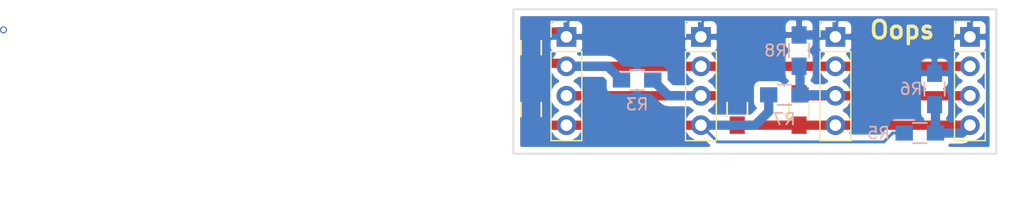
<source format=kicad_pcb>
(kicad_pcb (version 4) (host pcbnew 4.0.7)

  (general
    (links 28)
    (no_connects 0)
    (area 132.004999 87.554999 173.811001 100.151001)
    (thickness 1.6)
    (drawings 7)
    (tracks 44)
    (zones 0)
    (modules 13)
    (nets 7)
  )

  (page A4)
  (layers
    (0 F.Cu signal)
    (31 B.Cu signal)
    (32 B.Adhes user)
    (33 F.Adhes user)
    (34 B.Paste user)
    (35 F.Paste user)
    (36 B.SilkS user)
    (37 F.SilkS user)
    (38 B.Mask user)
    (39 F.Mask user)
    (40 Dwgs.User user)
    (41 Cmts.User user)
    (42 Eco1.User user)
    (43 Eco2.User user)
    (44 Edge.Cuts user)
    (45 Margin user)
    (46 B.CrtYd user)
    (47 F.CrtYd user)
    (48 B.Fab user)
    (49 F.Fab user)
  )

  (setup
    (last_trace_width 0.8)
    (user_trace_width 0.8)
    (trace_clearance 0.2)
    (zone_clearance 0.508)
    (zone_45_only no)
    (trace_min 0.2)
    (segment_width 0.2)
    (edge_width 0.15)
    (via_size 0.6)
    (via_drill 0.4)
    (via_min_size 0.4)
    (via_min_drill 0.3)
    (uvia_size 0.3)
    (uvia_drill 0.1)
    (uvias_allowed no)
    (uvia_min_size 0.2)
    (uvia_min_drill 0.1)
    (pcb_text_width 0.3)
    (pcb_text_size 1.5 1.5)
    (mod_edge_width 0.15)
    (mod_text_size 1 1)
    (mod_text_width 0.15)
    (pad_size 1.524 1.524)
    (pad_drill 0.762)
    (pad_to_mask_clearance 0.2)
    (aux_axis_origin 0 0)
    (visible_elements FFFFFF7F)
    (pcbplotparams
      (layerselection 0x00030_80000001)
      (usegerberextensions false)
      (excludeedgelayer true)
      (linewidth 0.100000)
      (plotframeref false)
      (viasonmask false)
      (mode 1)
      (useauxorigin false)
      (hpglpennumber 1)
      (hpglpenspeed 20)
      (hpglpendiameter 15)
      (hpglpenoverlay 2)
      (psnegative false)
      (psa4output false)
      (plotreference true)
      (plotvalue true)
      (plotinvisibletext false)
      (padsonsilk false)
      (subtractmaskfromsilk false)
      (outputformat 1)
      (mirror false)
      (drillshape 1)
      (scaleselection 1)
      (outputdirectory ""))
  )

  (net 0 "")
  (net 1 GND)
  (net 2 /BUS_B)
  (net 3 /BUS_A)
  (net 4 VCC)
  (net 5 /BUS_D)
  (net 6 /BUS_C)

  (net_class Default "This is the default net class."
    (clearance 0.2)
    (trace_width 0.25)
    (via_dia 0.6)
    (via_drill 0.4)
    (uvia_dia 0.3)
    (uvia_drill 0.1)
    (add_net /BUS_A)
    (add_net /BUS_B)
    (add_net /BUS_C)
    (add_net /BUS_D)
    (add_net GND)
    (add_net VCC)
  )

  (module Pin_Headers:Pin_Header_Straight_1x04_Pitch2.54mm (layer F.Cu) (tedit 5ADA7597) (tstamp 5AE3D87B)
    (at 136.652 90)
    (descr "Through hole straight pin header, 1x04, 2.54mm pitch, single row")
    (tags "Through hole pin header THT 1x04 2.54mm single row")
    (path /5ADA7034)
    (fp_text reference J1 (at 0 -2.33) (layer F.Fab)
      (effects (font (size 1 1) (thickness 0.15)))
    )
    (fp_text value Conn_01x04 (at 0 9.95) (layer F.Fab)
      (effects (font (size 1 1) (thickness 0.15)))
    )
    (fp_line (start -0.635 -1.27) (end 1.27 -1.27) (layer F.Fab) (width 0.1))
    (fp_line (start 1.27 -1.27) (end 1.27 8.89) (layer F.Fab) (width 0.1))
    (fp_line (start 1.27 8.89) (end -1.27 8.89) (layer F.Fab) (width 0.1))
    (fp_line (start -1.27 8.89) (end -1.27 -0.635) (layer F.Fab) (width 0.1))
    (fp_line (start -1.27 -0.635) (end -0.635 -1.27) (layer F.Fab) (width 0.1))
    (fp_line (start -1.33 8.95) (end 1.33 8.95) (layer F.SilkS) (width 0.12))
    (fp_line (start -1.33 1.27) (end -1.33 8.95) (layer F.SilkS) (width 0.12))
    (fp_line (start 1.33 1.27) (end 1.33 8.95) (layer F.SilkS) (width 0.12))
    (fp_line (start -1.33 1.27) (end 1.33 1.27) (layer F.SilkS) (width 0.12))
    (fp_line (start -1.33 0) (end -1.33 -1.33) (layer F.SilkS) (width 0.12))
    (fp_line (start -1.33 -1.33) (end 0 -1.33) (layer F.SilkS) (width 0.12))
    (fp_line (start -1.8 -1.8) (end -1.8 9.4) (layer F.CrtYd) (width 0.05))
    (fp_line (start -1.8 9.4) (end 1.8 9.4) (layer F.CrtYd) (width 0.05))
    (fp_line (start 1.8 9.4) (end 1.8 -1.8) (layer F.CrtYd) (width 0.05))
    (fp_line (start 1.8 -1.8) (end -1.8 -1.8) (layer F.CrtYd) (width 0.05))
    (fp_text user %R (at 0 3.81 90) (layer F.Fab)
      (effects (font (size 1 1) (thickness 0.15)))
    )
    (pad 1 thru_hole rect (at 0 0) (size 1.7 1.7) (drill 1) (layers *.Cu *.Mask)
      (net 1 GND))
    (pad 2 thru_hole oval (at 0 2.54) (size 1.7 1.7) (drill 1) (layers *.Cu *.Mask)
      (net 2 /BUS_B))
    (pad 3 thru_hole oval (at 0 5.08) (size 1.7 1.7) (drill 1) (layers *.Cu *.Mask)
      (net 3 /BUS_A))
    (pad 4 thru_hole oval (at 0 7.62) (size 1.7 1.7) (drill 1) (layers *.Cu *.Mask)
      (net 4 VCC))
    (model ${KISYS3DMOD}/Pin_Headers.3dshapes/Pin_Header_Straight_1x04_Pitch2.54mm.wrl
      (at (xyz 0 0 0))
      (scale (xyz 1 1 1))
      (rotate (xyz 0 0 0))
    )
  )

  (module Pin_Headers:Pin_Header_Straight_1x04_Pitch2.54mm (layer F.Cu) (tedit 5ADA759C) (tstamp 5AE3D893)
    (at 148.251333 90)
    (descr "Through hole straight pin header, 1x04, 2.54mm pitch, single row")
    (tags "Through hole pin header THT 1x04 2.54mm single row")
    (path /5ADA711D)
    (fp_text reference J2 (at 0 -2.33) (layer F.Fab)
      (effects (font (size 1 1) (thickness 0.15)))
    )
    (fp_text value Conn_01x04 (at 0 9.95) (layer F.Fab)
      (effects (font (size 1 1) (thickness 0.15)))
    )
    (fp_line (start -0.635 -1.27) (end 1.27 -1.27) (layer F.Fab) (width 0.1))
    (fp_line (start 1.27 -1.27) (end 1.27 8.89) (layer F.Fab) (width 0.1))
    (fp_line (start 1.27 8.89) (end -1.27 8.89) (layer F.Fab) (width 0.1))
    (fp_line (start -1.27 8.89) (end -1.27 -0.635) (layer F.Fab) (width 0.1))
    (fp_line (start -1.27 -0.635) (end -0.635 -1.27) (layer F.Fab) (width 0.1))
    (fp_line (start -1.33 8.95) (end 1.33 8.95) (layer F.SilkS) (width 0.12))
    (fp_line (start -1.33 1.27) (end -1.33 8.95) (layer F.SilkS) (width 0.12))
    (fp_line (start 1.33 1.27) (end 1.33 8.95) (layer F.SilkS) (width 0.12))
    (fp_line (start -1.33 1.27) (end 1.33 1.27) (layer F.SilkS) (width 0.12))
    (fp_line (start -1.33 0) (end -1.33 -1.33) (layer F.SilkS) (width 0.12))
    (fp_line (start -1.33 -1.33) (end 0 -1.33) (layer F.SilkS) (width 0.12))
    (fp_line (start -1.8 -1.8) (end -1.8 9.4) (layer F.CrtYd) (width 0.05))
    (fp_line (start -1.8 9.4) (end 1.8 9.4) (layer F.CrtYd) (width 0.05))
    (fp_line (start 1.8 9.4) (end 1.8 -1.8) (layer F.CrtYd) (width 0.05))
    (fp_line (start 1.8 -1.8) (end -1.8 -1.8) (layer F.CrtYd) (width 0.05))
    (fp_text user %R (at 0 3.81 90) (layer F.Fab)
      (effects (font (size 1 1) (thickness 0.15)))
    )
    (pad 1 thru_hole rect (at 0 0) (size 1.7 1.7) (drill 1) (layers *.Cu *.Mask)
      (net 1 GND))
    (pad 2 thru_hole oval (at 0 2.54) (size 1.7 1.7) (drill 1) (layers *.Cu *.Mask)
      (net 2 /BUS_B))
    (pad 3 thru_hole oval (at 0 5.08) (size 1.7 1.7) (drill 1) (layers *.Cu *.Mask)
      (net 3 /BUS_A))
    (pad 4 thru_hole oval (at 0 7.62) (size 1.7 1.7) (drill 1) (layers *.Cu *.Mask)
      (net 4 VCC))
    (model ${KISYS3DMOD}/Pin_Headers.3dshapes/Pin_Header_Straight_1x04_Pitch2.54mm.wrl
      (at (xyz 0 0 0))
      (scale (xyz 1 1 1))
      (rotate (xyz 0 0 0))
    )
  )

  (module Pin_Headers:Pin_Header_Straight_1x04_Pitch2.54mm (layer F.Cu) (tedit 5ADA75A0) (tstamp 5AE3D8AB)
    (at 159.850666 90)
    (descr "Through hole straight pin header, 1x04, 2.54mm pitch, single row")
    (tags "Through hole pin header THT 1x04 2.54mm single row")
    (path /5ADA714A)
    (fp_text reference J3 (at 0 -2.33) (layer F.Fab)
      (effects (font (size 1 1) (thickness 0.15)))
    )
    (fp_text value Conn_01x04 (at 0 9.95) (layer F.Fab)
      (effects (font (size 1 1) (thickness 0.15)))
    )
    (fp_line (start -0.635 -1.27) (end 1.27 -1.27) (layer F.Fab) (width 0.1))
    (fp_line (start 1.27 -1.27) (end 1.27 8.89) (layer F.Fab) (width 0.1))
    (fp_line (start 1.27 8.89) (end -1.27 8.89) (layer F.Fab) (width 0.1))
    (fp_line (start -1.27 8.89) (end -1.27 -0.635) (layer F.Fab) (width 0.1))
    (fp_line (start -1.27 -0.635) (end -0.635 -1.27) (layer F.Fab) (width 0.1))
    (fp_line (start -1.33 8.95) (end 1.33 8.95) (layer F.SilkS) (width 0.12))
    (fp_line (start -1.33 1.27) (end -1.33 8.95) (layer F.SilkS) (width 0.12))
    (fp_line (start 1.33 1.27) (end 1.33 8.95) (layer F.SilkS) (width 0.12))
    (fp_line (start -1.33 1.27) (end 1.33 1.27) (layer F.SilkS) (width 0.12))
    (fp_line (start -1.33 0) (end -1.33 -1.33) (layer F.SilkS) (width 0.12))
    (fp_line (start -1.33 -1.33) (end 0 -1.33) (layer F.SilkS) (width 0.12))
    (fp_line (start -1.8 -1.8) (end -1.8 9.4) (layer F.CrtYd) (width 0.05))
    (fp_line (start -1.8 9.4) (end 1.8 9.4) (layer F.CrtYd) (width 0.05))
    (fp_line (start 1.8 9.4) (end 1.8 -1.8) (layer F.CrtYd) (width 0.05))
    (fp_line (start 1.8 -1.8) (end -1.8 -1.8) (layer F.CrtYd) (width 0.05))
    (fp_text user %R (at 0 3.81 90) (layer F.Fab)
      (effects (font (size 1 1) (thickness 0.15)))
    )
    (pad 1 thru_hole rect (at 0 0) (size 1.7 1.7) (drill 1) (layers *.Cu *.Mask)
      (net 1 GND))
    (pad 2 thru_hole oval (at 0 2.54) (size 1.7 1.7) (drill 1) (layers *.Cu *.Mask)
      (net 2 /BUS_B))
    (pad 3 thru_hole oval (at 0 5.08) (size 1.7 1.7) (drill 1) (layers *.Cu *.Mask)
      (net 5 /BUS_D))
    (pad 4 thru_hole oval (at 0 7.62) (size 1.7 1.7) (drill 1) (layers *.Cu *.Mask)
      (net 6 /BUS_C))
    (model ${KISYS3DMOD}/Pin_Headers.3dshapes/Pin_Header_Straight_1x04_Pitch2.54mm.wrl
      (at (xyz 0 0 0))
      (scale (xyz 1 1 1))
      (rotate (xyz 0 0 0))
    )
  )

  (module Pin_Headers:Pin_Header_Straight_1x04_Pitch2.54mm (layer F.Cu) (tedit 5ADA75A5) (tstamp 5AE3D8C3)
    (at 171.449999 90)
    (descr "Through hole straight pin header, 1x04, 2.54mm pitch, single row")
    (tags "Through hole pin header THT 1x04 2.54mm single row")
    (path /5ADA71B5)
    (fp_text reference J4 (at 0 -2.33) (layer F.Fab)
      (effects (font (size 1 1) (thickness 0.15)))
    )
    (fp_text value Conn_01x04 (at 0 9.95) (layer F.Fab)
      (effects (font (size 1 1) (thickness 0.15)))
    )
    (fp_line (start -0.635 -1.27) (end 1.27 -1.27) (layer F.Fab) (width 0.1))
    (fp_line (start 1.27 -1.27) (end 1.27 8.89) (layer F.Fab) (width 0.1))
    (fp_line (start 1.27 8.89) (end -1.27 8.89) (layer F.Fab) (width 0.1))
    (fp_line (start -1.27 8.89) (end -1.27 -0.635) (layer F.Fab) (width 0.1))
    (fp_line (start -1.27 -0.635) (end -0.635 -1.27) (layer F.Fab) (width 0.1))
    (fp_line (start -1.33 8.95) (end 1.33 8.95) (layer F.SilkS) (width 0.12))
    (fp_line (start -1.33 1.27) (end -1.33 8.95) (layer F.SilkS) (width 0.12))
    (fp_line (start 1.33 1.27) (end 1.33 8.95) (layer F.SilkS) (width 0.12))
    (fp_line (start -1.33 1.27) (end 1.33 1.27) (layer F.SilkS) (width 0.12))
    (fp_line (start -1.33 0) (end -1.33 -1.33) (layer F.SilkS) (width 0.12))
    (fp_line (start -1.33 -1.33) (end 0 -1.33) (layer F.SilkS) (width 0.12))
    (fp_line (start -1.8 -1.8) (end -1.8 9.4) (layer F.CrtYd) (width 0.05))
    (fp_line (start -1.8 9.4) (end 1.8 9.4) (layer F.CrtYd) (width 0.05))
    (fp_line (start 1.8 9.4) (end 1.8 -1.8) (layer F.CrtYd) (width 0.05))
    (fp_line (start 1.8 -1.8) (end -1.8 -1.8) (layer F.CrtYd) (width 0.05))
    (fp_text user %R (at 0 3.81 90) (layer F.Fab)
      (effects (font (size 1 1) (thickness 0.15)))
    )
    (pad 1 thru_hole rect (at 0 0) (size 1.7 1.7) (drill 1) (layers *.Cu *.Mask)
      (net 1 GND))
    (pad 2 thru_hole oval (at 0 2.54) (size 1.7 1.7) (drill 1) (layers *.Cu *.Mask)
      (net 2 /BUS_B))
    (pad 3 thru_hole oval (at 0 5.08) (size 1.7 1.7) (drill 1) (layers *.Cu *.Mask)
      (net 5 /BUS_D))
    (pad 4 thru_hole oval (at 0 7.62) (size 1.7 1.7) (drill 1) (layers *.Cu *.Mask)
      (net 6 /BUS_C))
    (model ${KISYS3DMOD}/Pin_Headers.3dshapes/Pin_Header_Straight_1x04_Pitch2.54mm.wrl
      (at (xyz 0 0 0))
      (scale (xyz 1 1 1))
      (rotate (xyz 0 0 0))
    )
  )

  (module Resistors_SMD:R_0805_HandSoldering (layer F.Cu) (tedit 5ADA758D) (tstamp 5AE3D8D3)
    (at 133.604 96.266 90)
    (descr "Resistor SMD 0805, hand soldering")
    (tags "resistor 0805")
    (path /5ADA7384)
    (attr smd)
    (fp_text reference R1 (at 0 -2.1 180) (layer F.Fab)
      (effects (font (size 1 1) (thickness 0.15)))
    )
    (fp_text value R (at 0 2.1 90) (layer F.Fab)
      (effects (font (size 1 1) (thickness 0.15)))
    )
    (fp_line (start -1 0.625) (end -1 -0.625) (layer F.Fab) (width 0.1))
    (fp_line (start 1 0.625) (end -1 0.625) (layer F.Fab) (width 0.1))
    (fp_line (start 1 -0.625) (end 1 0.625) (layer F.Fab) (width 0.1))
    (fp_line (start -1 -0.625) (end 1 -0.625) (layer F.Fab) (width 0.1))
    (fp_line (start -2.4 -1) (end 2.4 -1) (layer F.CrtYd) (width 0.05))
    (fp_line (start -2.4 1) (end 2.4 1) (layer F.CrtYd) (width 0.05))
    (fp_line (start -2.4 -1) (end -2.4 1) (layer F.CrtYd) (width 0.05))
    (fp_line (start 2.4 -1) (end 2.4 1) (layer F.CrtYd) (width 0.05))
    (fp_line (start 0.6 0.875) (end -0.6 0.875) (layer F.SilkS) (width 0.15))
    (fp_line (start -0.6 -0.875) (end 0.6 -0.875) (layer F.SilkS) (width 0.15))
    (pad 1 smd rect (at -1.35 0 90) (size 1.5 1.3) (layers F.Cu F.Paste F.Mask)
      (net 4 VCC))
    (pad 2 smd rect (at 1.35 0 90) (size 1.5 1.3) (layers F.Cu F.Paste F.Mask)
      (net 2 /BUS_B))
    (model Resistors_SMD.3dshapes/R_0805_HandSoldering.wrl
      (at (xyz 0 0 0))
      (scale (xyz 1 1 1))
      (rotate (xyz 0 0 0))
    )
  )

  (module Resistors_SMD:R_0805_HandSoldering (layer F.Cu) (tedit 5ADA7585) (tstamp 5AE3D8E3)
    (at 133.604 90.932 90)
    (descr "Resistor SMD 0805, hand soldering")
    (tags "resistor 0805")
    (path /5ADA7323)
    (attr smd)
    (fp_text reference R2 (at 0 -2.1 180) (layer F.Fab)
      (effects (font (size 1 1) (thickness 0.15)))
    )
    (fp_text value R (at 0 2.1 90) (layer F.Fab)
      (effects (font (size 1 1) (thickness 0.15)))
    )
    (fp_line (start -1 0.625) (end -1 -0.625) (layer F.Fab) (width 0.1))
    (fp_line (start 1 0.625) (end -1 0.625) (layer F.Fab) (width 0.1))
    (fp_line (start 1 -0.625) (end 1 0.625) (layer F.Fab) (width 0.1))
    (fp_line (start -1 -0.625) (end 1 -0.625) (layer F.Fab) (width 0.1))
    (fp_line (start -2.4 -1) (end 2.4 -1) (layer F.CrtYd) (width 0.05))
    (fp_line (start -2.4 1) (end 2.4 1) (layer F.CrtYd) (width 0.05))
    (fp_line (start -2.4 -1) (end -2.4 1) (layer F.CrtYd) (width 0.05))
    (fp_line (start 2.4 -1) (end 2.4 1) (layer F.CrtYd) (width 0.05))
    (fp_line (start 0.6 0.875) (end -0.6 0.875) (layer F.SilkS) (width 0.15))
    (fp_line (start -0.6 -0.875) (end 0.6 -0.875) (layer F.SilkS) (width 0.15))
    (pad 1 smd rect (at -1.35 0 90) (size 1.5 1.3) (layers F.Cu F.Paste F.Mask)
      (net 2 /BUS_B))
    (pad 2 smd rect (at 1.35 0 90) (size 1.5 1.3) (layers F.Cu F.Paste F.Mask)
      (net 1 GND))
    (model Resistors_SMD.3dshapes/R_0805_HandSoldering.wrl
      (at (xyz 0 0 0))
      (scale (xyz 1 1 1))
      (rotate (xyz 0 0 0))
    )
  )

  (module Resistors_SMD:R_0805_HandSoldering (layer B.Cu) (tedit 58307B90) (tstamp 5AE3D8F3)
    (at 142.748 93.726)
    (descr "Resistor SMD 0805, hand soldering")
    (tags "resistor 0805")
    (path /5ADA74A3)
    (attr smd)
    (fp_text reference R3 (at 0 2.1) (layer B.SilkS)
      (effects (font (size 1 1) (thickness 0.15)) (justify mirror))
    )
    (fp_text value R (at 0 -2.1) (layer B.Fab)
      (effects (font (size 1 1) (thickness 0.15)) (justify mirror))
    )
    (fp_line (start -1 -0.625) (end -1 0.625) (layer B.Fab) (width 0.1))
    (fp_line (start 1 -0.625) (end -1 -0.625) (layer B.Fab) (width 0.1))
    (fp_line (start 1 0.625) (end 1 -0.625) (layer B.Fab) (width 0.1))
    (fp_line (start -1 0.625) (end 1 0.625) (layer B.Fab) (width 0.1))
    (fp_line (start -2.4 1) (end 2.4 1) (layer B.CrtYd) (width 0.05))
    (fp_line (start -2.4 -1) (end 2.4 -1) (layer B.CrtYd) (width 0.05))
    (fp_line (start -2.4 1) (end -2.4 -1) (layer B.CrtYd) (width 0.05))
    (fp_line (start 2.4 1) (end 2.4 -1) (layer B.CrtYd) (width 0.05))
    (fp_line (start 0.6 -0.875) (end -0.6 -0.875) (layer B.SilkS) (width 0.15))
    (fp_line (start -0.6 0.875) (end 0.6 0.875) (layer B.SilkS) (width 0.15))
    (pad 1 smd rect (at -1.35 0) (size 1.5 1.3) (layers B.Cu B.Paste B.Mask)
      (net 2 /BUS_B))
    (pad 2 smd rect (at 1.35 0) (size 1.5 1.3) (layers B.Cu B.Paste B.Mask)
      (net 3 /BUS_A))
    (model Resistors_SMD.3dshapes/R_0805_HandSoldering.wrl
      (at (xyz 0 0 0))
      (scale (xyz 1 1 1))
      (rotate (xyz 0 0 0))
    )
  )

  (module Resistors_SMD:R_0805_HandSoldering (layer F.Cu) (tedit 5ADA75B1) (tstamp 5AE3D903)
    (at 156.718 96.266 270)
    (descr "Resistor SMD 0805, hand soldering")
    (tags "resistor 0805")
    (path /5ADA75A8)
    (attr smd)
    (fp_text reference R4 (at 0 2.032 360) (layer F.Fab)
      (effects (font (size 1 1) (thickness 0.15)))
    )
    (fp_text value R (at 0 2.1 270) (layer F.Fab)
      (effects (font (size 1 1) (thickness 0.15)))
    )
    (fp_line (start -1 0.625) (end -1 -0.625) (layer F.Fab) (width 0.1))
    (fp_line (start 1 0.625) (end -1 0.625) (layer F.Fab) (width 0.1))
    (fp_line (start 1 -0.625) (end 1 0.625) (layer F.Fab) (width 0.1))
    (fp_line (start -1 -0.625) (end 1 -0.625) (layer F.Fab) (width 0.1))
    (fp_line (start -2.4 -1) (end 2.4 -1) (layer F.CrtYd) (width 0.05))
    (fp_line (start -2.4 1) (end 2.4 1) (layer F.CrtYd) (width 0.05))
    (fp_line (start -2.4 -1) (end -2.4 1) (layer F.CrtYd) (width 0.05))
    (fp_line (start 2.4 -1) (end 2.4 1) (layer F.CrtYd) (width 0.05))
    (fp_line (start 0.6 0.875) (end -0.6 0.875) (layer F.SilkS) (width 0.15))
    (fp_line (start -0.6 -0.875) (end 0.6 -0.875) (layer F.SilkS) (width 0.15))
    (pad 1 smd rect (at -1.35 0 270) (size 1.5 1.3) (layers F.Cu F.Paste F.Mask)
      (net 5 /BUS_D))
    (pad 2 smd rect (at 1.35 0 270) (size 1.5 1.3) (layers F.Cu F.Paste F.Mask)
      (net 6 /BUS_C))
    (model Resistors_SMD.3dshapes/R_0805_HandSoldering.wrl
      (at (xyz 0 0 0))
      (scale (xyz 1 1 1))
      (rotate (xyz 0 0 0))
    )
  )

  (module Resistors_SMD:R_0805_HandSoldering (layer B.Cu) (tedit 58307B90) (tstamp 5AE3D913)
    (at 167.132 98.298)
    (descr "Resistor SMD 0805, hand soldering")
    (tags "resistor 0805")
    (path /5ADA7436)
    (attr smd)
    (fp_text reference R5 (at -3.556 0) (layer B.SilkS)
      (effects (font (size 1 1) (thickness 0.15)) (justify mirror))
    )
    (fp_text value R (at 0 -2.1) (layer B.Fab)
      (effects (font (size 1 1) (thickness 0.15)) (justify mirror))
    )
    (fp_line (start -1 -0.625) (end -1 0.625) (layer B.Fab) (width 0.1))
    (fp_line (start 1 -0.625) (end -1 -0.625) (layer B.Fab) (width 0.1))
    (fp_line (start 1 0.625) (end 1 -0.625) (layer B.Fab) (width 0.1))
    (fp_line (start -1 0.625) (end 1 0.625) (layer B.Fab) (width 0.1))
    (fp_line (start -2.4 1) (end 2.4 1) (layer B.CrtYd) (width 0.05))
    (fp_line (start -2.4 -1) (end 2.4 -1) (layer B.CrtYd) (width 0.05))
    (fp_line (start -2.4 1) (end -2.4 -1) (layer B.CrtYd) (width 0.05))
    (fp_line (start 2.4 1) (end 2.4 -1) (layer B.CrtYd) (width 0.05))
    (fp_line (start 0.6 -0.875) (end -0.6 -0.875) (layer B.SilkS) (width 0.15))
    (fp_line (start -0.6 0.875) (end 0.6 0.875) (layer B.SilkS) (width 0.15))
    (pad 1 smd rect (at -1.35 0) (size 1.5 1.3) (layers B.Cu B.Paste B.Mask)
      (net 4 VCC))
    (pad 2 smd rect (at 1.35 0) (size 1.5 1.3) (layers B.Cu B.Paste B.Mask)
      (net 6 /BUS_C))
    (model Resistors_SMD.3dshapes/R_0805_HandSoldering.wrl
      (at (xyz 0 0 0))
      (scale (xyz 1 1 1))
      (rotate (xyz 0 0 0))
    )
  )

  (module Resistors_SMD:R_0805_HandSoldering (layer B.Cu) (tedit 58307B90) (tstamp 5AE3D923)
    (at 168.402 94.488 90)
    (descr "Resistor SMD 0805, hand soldering")
    (tags "resistor 0805")
    (path /5ADA7430)
    (attr smd)
    (fp_text reference R6 (at 0 -2.032 180) (layer B.SilkS)
      (effects (font (size 1 1) (thickness 0.15)) (justify mirror))
    )
    (fp_text value R (at 0 -2.1 90) (layer B.Fab)
      (effects (font (size 1 1) (thickness 0.15)) (justify mirror))
    )
    (fp_line (start -1 -0.625) (end -1 0.625) (layer B.Fab) (width 0.1))
    (fp_line (start 1 -0.625) (end -1 -0.625) (layer B.Fab) (width 0.1))
    (fp_line (start 1 0.625) (end 1 -0.625) (layer B.Fab) (width 0.1))
    (fp_line (start -1 0.625) (end 1 0.625) (layer B.Fab) (width 0.1))
    (fp_line (start -2.4 1) (end 2.4 1) (layer B.CrtYd) (width 0.05))
    (fp_line (start -2.4 -1) (end 2.4 -1) (layer B.CrtYd) (width 0.05))
    (fp_line (start -2.4 1) (end -2.4 -1) (layer B.CrtYd) (width 0.05))
    (fp_line (start 2.4 1) (end 2.4 -1) (layer B.CrtYd) (width 0.05))
    (fp_line (start 0.6 -0.875) (end -0.6 -0.875) (layer B.SilkS) (width 0.15))
    (fp_line (start -0.6 0.875) (end 0.6 0.875) (layer B.SilkS) (width 0.15))
    (pad 1 smd rect (at -1.35 0 90) (size 1.5 1.3) (layers B.Cu B.Paste B.Mask)
      (net 6 /BUS_C))
    (pad 2 smd rect (at 1.35 0 90) (size 1.5 1.3) (layers B.Cu B.Paste B.Mask)
      (net 1 GND))
    (model Resistors_SMD.3dshapes/R_0805_HandSoldering.wrl
      (at (xyz 0 0 0))
      (scale (xyz 1 1 1))
      (rotate (xyz 0 0 0))
    )
  )

  (module Resistors_SMD:R_0805_HandSoldering (layer B.Cu) (tedit 58307B90) (tstamp 5AE3DC6C)
    (at 155.448 94.996)
    (descr "Resistor SMD 0805, hand soldering")
    (tags "resistor 0805")
    (path /5ADA789A)
    (attr smd)
    (fp_text reference R7 (at 0 2.1) (layer B.SilkS)
      (effects (font (size 1 1) (thickness 0.15)) (justify mirror))
    )
    (fp_text value R (at 0 -2.1) (layer B.Fab)
      (effects (font (size 1 1) (thickness 0.15)) (justify mirror))
    )
    (fp_line (start -1 -0.625) (end -1 0.625) (layer B.Fab) (width 0.1))
    (fp_line (start 1 -0.625) (end -1 -0.625) (layer B.Fab) (width 0.1))
    (fp_line (start 1 0.625) (end 1 -0.625) (layer B.Fab) (width 0.1))
    (fp_line (start -1 0.625) (end 1 0.625) (layer B.Fab) (width 0.1))
    (fp_line (start -2.4 1) (end 2.4 1) (layer B.CrtYd) (width 0.05))
    (fp_line (start -2.4 -1) (end 2.4 -1) (layer B.CrtYd) (width 0.05))
    (fp_line (start -2.4 1) (end -2.4 -1) (layer B.CrtYd) (width 0.05))
    (fp_line (start 2.4 1) (end 2.4 -1) (layer B.CrtYd) (width 0.05))
    (fp_line (start 0.6 -0.875) (end -0.6 -0.875) (layer B.SilkS) (width 0.15))
    (fp_line (start -0.6 0.875) (end 0.6 0.875) (layer B.SilkS) (width 0.15))
    (pad 1 smd rect (at -1.35 0) (size 1.5 1.3) (layers B.Cu B.Paste B.Mask)
      (net 4 VCC))
    (pad 2 smd rect (at 1.35 0) (size 1.5 1.3) (layers B.Cu B.Paste B.Mask)
      (net 5 /BUS_D))
    (model Resistors_SMD.3dshapes/R_0805_HandSoldering.wrl
      (at (xyz 0 0 0))
      (scale (xyz 1 1 1))
      (rotate (xyz 0 0 0))
    )
  )

  (module Resistors_SMD:R_0805_HandSoldering (layer B.Cu) (tedit 58307B90) (tstamp 5AE3DC7C)
    (at 156.718 91.186 90)
    (descr "Resistor SMD 0805, hand soldering")
    (tags "resistor 0805")
    (path /5ADA7894)
    (attr smd)
    (fp_text reference R8 (at 0 -2.032 180) (layer B.SilkS)
      (effects (font (size 1 1) (thickness 0.15)) (justify mirror))
    )
    (fp_text value R (at 0 -2.1 90) (layer B.Fab)
      (effects (font (size 1 1) (thickness 0.15)) (justify mirror))
    )
    (fp_line (start -1 -0.625) (end -1 0.625) (layer B.Fab) (width 0.1))
    (fp_line (start 1 -0.625) (end -1 -0.625) (layer B.Fab) (width 0.1))
    (fp_line (start 1 0.625) (end 1 -0.625) (layer B.Fab) (width 0.1))
    (fp_line (start -1 0.625) (end 1 0.625) (layer B.Fab) (width 0.1))
    (fp_line (start -2.4 1) (end 2.4 1) (layer B.CrtYd) (width 0.05))
    (fp_line (start -2.4 -1) (end 2.4 -1) (layer B.CrtYd) (width 0.05))
    (fp_line (start -2.4 1) (end -2.4 -1) (layer B.CrtYd) (width 0.05))
    (fp_line (start 2.4 1) (end 2.4 -1) (layer B.CrtYd) (width 0.05))
    (fp_line (start 0.6 -0.875) (end -0.6 -0.875) (layer B.SilkS) (width 0.15))
    (fp_line (start -0.6 0.875) (end 0.6 0.875) (layer B.SilkS) (width 0.15))
    (pad 1 smd rect (at -1.35 0 90) (size 1.5 1.3) (layers B.Cu B.Paste B.Mask)
      (net 5 /BUS_D))
    (pad 2 smd rect (at 1.35 0 90) (size 1.5 1.3) (layers B.Cu B.Paste B.Mask)
      (net 1 GND))
    (model Resistors_SMD.3dshapes/R_0805_HandSoldering.wrl
      (at (xyz 0 0 0))
      (scale (xyz 1 1 1))
      (rotate (xyz 0 0 0))
    )
  )

  (module Resistors_SMD:R_0805_HandSoldering (layer F.Cu) (tedit 5ADA78E3) (tstamp 5AE3DD09)
    (at 151.384 96.266 90)
    (descr "Resistor SMD 0805, hand soldering")
    (tags "resistor 0805")
    (path /5ADA7B08)
    (attr smd)
    (fp_text reference R9 (at 0 -2.1 90) (layer F.Fab)
      (effects (font (size 1 1) (thickness 0.15)))
    )
    (fp_text value R (at 0 2.1 90) (layer F.Fab)
      (effects (font (size 1 1) (thickness 0.15)))
    )
    (fp_line (start -1 0.625) (end -1 -0.625) (layer F.Fab) (width 0.1))
    (fp_line (start 1 0.625) (end -1 0.625) (layer F.Fab) (width 0.1))
    (fp_line (start 1 -0.625) (end 1 0.625) (layer F.Fab) (width 0.1))
    (fp_line (start -1 -0.625) (end 1 -0.625) (layer F.Fab) (width 0.1))
    (fp_line (start -2.4 -1) (end 2.4 -1) (layer F.CrtYd) (width 0.05))
    (fp_line (start -2.4 1) (end 2.4 1) (layer F.CrtYd) (width 0.05))
    (fp_line (start -2.4 -1) (end -2.4 1) (layer F.CrtYd) (width 0.05))
    (fp_line (start 2.4 -1) (end 2.4 1) (layer F.CrtYd) (width 0.05))
    (fp_line (start 0.6 0.875) (end -0.6 0.875) (layer F.SilkS) (width 0.15))
    (fp_line (start -0.6 -0.875) (end 0.6 -0.875) (layer F.SilkS) (width 0.15))
    (pad 1 smd rect (at -1.35 0 90) (size 1.5 1.3) (layers F.Cu F.Paste F.Mask)
      (net 6 /BUS_C))
    (pad 2 smd rect (at 1.35 0 90) (size 1.5 1.3) (layers F.Cu F.Paste F.Mask)
      (net 3 /BUS_A))
    (model Resistors_SMD.3dshapes/R_0805_HandSoldering.wrl
      (at (xyz 0 0 0))
      (scale (xyz 1 1 1))
      (rotate (xyz 0 0 0))
    )
  )

  (dimension 12.446 (width 0.3) (layer F.Fab)
    (gr_text "12.446 mm" (at 125.396 93.853 90) (layer F.Fab)
      (effects (font (size 1.5 1.5) (thickness 0.3)))
    )
    (feature1 (pts (xy 132.08 87.63) (xy 124.046 87.63)))
    (feature2 (pts (xy 132.08 100.076) (xy 124.046 100.076)))
    (crossbar (pts (xy 126.746 100.076) (xy 126.746 87.63)))
    (arrow1a (pts (xy 126.746 87.63) (xy 127.332421 88.756504)))
    (arrow1b (pts (xy 126.746 87.63) (xy 126.159579 88.756504)))
    (arrow2a (pts (xy 126.746 100.076) (xy 127.332421 98.949496)))
    (arrow2b (pts (xy 126.746 100.076) (xy 126.159579 98.949496)))
  )
  (dimension 41.656 (width 0.3) (layer F.Fab)
    (gr_text "41.656 mm" (at 152.908 105.236) (layer F.Fab)
      (effects (font (size 1.5 1.5) (thickness 0.3)))
    )
    (feature1 (pts (xy 173.736 100.076) (xy 173.736 106.586)))
    (feature2 (pts (xy 132.08 100.076) (xy 132.08 106.586)))
    (crossbar (pts (xy 132.08 103.886) (xy 173.736 103.886)))
    (arrow1a (pts (xy 173.736 103.886) (xy 172.609496 104.472421)))
    (arrow1b (pts (xy 173.736 103.886) (xy 172.609496 103.299579)))
    (arrow2a (pts (xy 132.08 103.886) (xy 133.206504 104.472421)))
    (arrow2b (pts (xy 132.08 103.886) (xy 133.206504 103.299579)))
  )
  (gr_text Oops (at 165.608 89.408) (layer F.SilkS)
    (effects (font (size 1.5 1.5) (thickness 0.3)))
  )
  (gr_line (start 173.736 87.63) (end 132.08 87.63) (layer Edge.Cuts) (width 0.15))
  (gr_line (start 173.736 100.076) (end 173.736 87.63) (layer Edge.Cuts) (width 0.15))
  (gr_line (start 132.08 100.076) (end 173.736 100.076) (layer Edge.Cuts) (width 0.15))
  (gr_line (start 132.08 87.63) (end 132.08 100.076) (layer Edge.Cuts) (width 0.15))

  (via (at 88.1 89.4) (size 0.6) (drill 0.4) (layers F.Cu B.Cu) (net 1))
  (segment (start 156.718 89.836) (end 159.686666 89.836) (width 0.8) (layer B.Cu) (net 1))
  (segment (start 159.686666 89.836) (end 159.850666 90) (width 0.8) (layer B.Cu) (net 1))
  (segment (start 133.604 89.582) (end 136.234 89.582) (width 0.8) (layer F.Cu) (net 1))
  (segment (start 136.234 89.582) (end 136.652 90) (width 0.8) (layer F.Cu) (net 1))
  (segment (start 136.652 92.54) (end 140.212 92.54) (width 0.8) (layer B.Cu) (net 2))
  (segment (start 140.212 92.54) (end 141.398 93.726) (width 0.8) (layer B.Cu) (net 2))
  (segment (start 133.604 92.282) (end 136.394 92.282) (width 0.8) (layer F.Cu) (net 2))
  (segment (start 136.394 92.282) (end 136.652 92.54) (width 0.8) (layer F.Cu) (net 2))
  (segment (start 133.604 94.916) (end 133.604 92.282) (width 0.8) (layer F.Cu) (net 2))
  (segment (start 159.850666 92.54) (end 171.449999 92.54) (width 0.8) (layer F.Cu) (net 2))
  (segment (start 148.251333 92.54) (end 159.850666 92.54) (width 0.8) (layer F.Cu) (net 2))
  (segment (start 136.652 92.54) (end 137.854081 92.54) (width 0.8) (layer F.Cu) (net 2))
  (segment (start 137.854081 92.54) (end 148.251333 92.54) (width 0.8) (layer F.Cu) (net 2))
  (segment (start 148.251333 95.08) (end 151.22 95.08) (width 0.8) (layer F.Cu) (net 3))
  (segment (start 151.22 95.08) (end 151.384 94.916) (width 0.8) (layer F.Cu) (net 3))
  (segment (start 148.251333 95.08) (end 145.452 95.08) (width 0.8) (layer B.Cu) (net 3))
  (segment (start 145.452 95.08) (end 144.098 93.726) (width 0.8) (layer B.Cu) (net 3))
  (segment (start 148.251333 95.08) (end 136.652 95.08) (width 0.8) (layer F.Cu) (net 3))
  (segment (start 154.098 94.996) (end 154.098 96.446) (width 0.8) (layer B.Cu) (net 4))
  (segment (start 154.098 96.446) (end 152.924 97.62) (width 0.8) (layer B.Cu) (net 4))
  (segment (start 152.924 97.62) (end 148.251333 97.62) (width 0.8) (layer B.Cu) (net 4))
  (segment (start 164.02 99.06) (end 149.691333 99.06) (width 0.25) (layer B.Cu) (net 4))
  (segment (start 149.691333 99.06) (end 148.251333 97.62) (width 0.25) (layer B.Cu) (net 4))
  (segment (start 165.782 98.298) (end 164.782 98.298) (width 0.25) (layer B.Cu) (net 4))
  (segment (start 164.782 98.298) (end 164.02 99.06) (width 0.25) (layer B.Cu) (net 4))
  (segment (start 136.652 97.62) (end 133.608 97.62) (width 0.8) (layer F.Cu) (net 4))
  (segment (start 133.608 97.62) (end 133.604 97.616) (width 0.8) (layer F.Cu) (net 4))
  (segment (start 136.652 97.62) (end 148.251333 97.62) (width 0.8) (layer F.Cu) (net 4))
  (segment (start 156.798 94.996) (end 159.766666 94.996) (width 0.8) (layer B.Cu) (net 5))
  (segment (start 159.766666 94.996) (end 159.850666 95.08) (width 0.8) (layer B.Cu) (net 5))
  (segment (start 156.798 94.996) (end 156.798 92.616) (width 0.8) (layer B.Cu) (net 5))
  (segment (start 156.798 92.616) (end 156.718 92.536) (width 0.8) (layer B.Cu) (net 5))
  (segment (start 159.850666 95.08) (end 156.882 95.08) (width 0.8) (layer F.Cu) (net 5))
  (segment (start 156.882 95.08) (end 156.718 94.916) (width 0.8) (layer F.Cu) (net 5))
  (segment (start 171.449999 95.08) (end 159.850666 95.08) (width 0.8) (layer F.Cu) (net 5))
  (segment (start 151.384 97.616) (end 156.718 97.616) (width 0.8) (layer F.Cu) (net 6))
  (segment (start 168.482 98.298) (end 168.482 95.918) (width 0.8) (layer B.Cu) (net 6))
  (segment (start 168.482 95.918) (end 168.402 95.838) (width 0.8) (layer B.Cu) (net 6))
  (segment (start 168.482 98.298) (end 170.771999 98.298) (width 0.8) (layer B.Cu) (net 6))
  (segment (start 170.771999 98.298) (end 171.449999 97.62) (width 0.8) (layer B.Cu) (net 6))
  (segment (start 159.850666 97.62) (end 156.722 97.62) (width 0.8) (layer F.Cu) (net 6))
  (segment (start 156.722 97.62) (end 156.718 97.616) (width 0.8) (layer F.Cu) (net 6))
  (segment (start 171.449999 97.62) (end 170.247918 97.62) (width 0.8) (layer F.Cu) (net 6))
  (segment (start 170.247918 97.62) (end 159.850666 97.62) (width 0.8) (layer F.Cu) (net 6))

  (zone (net 1) (net_name GND) (layer B.Cu) (tstamp 0) (hatch edge 0.508)
    (connect_pads (clearance 0.508))
    (min_thickness 0.254)
    (fill yes (arc_segments 16) (thermal_gap 0.508) (thermal_bridge_width 0.508))
    (polygon
      (pts
        (xy 132.08 87.63) (xy 132.08 100.076) (xy 173.736 100.076) (xy 173.736 87.63)
      )
    )
    (filled_polygon
      (pts
        (xy 173.026 99.366) (xy 169.714933 99.366) (xy 169.737481 99.333) (xy 170.771994 99.333) (xy 170.771999 99.333001)
        (xy 171.168076 99.254215) (xy 171.398164 99.100476) (xy 171.420906 99.105) (xy 171.479092 99.105) (xy 172.047377 98.991961)
        (xy 172.529146 98.670054) (xy 172.851053 98.188285) (xy 172.964092 97.62) (xy 172.851053 97.051715) (xy 172.529146 96.569946)
        (xy 172.199973 96.35) (xy 172.529146 96.130054) (xy 172.851053 95.648285) (xy 172.964092 95.08) (xy 172.851053 94.511715)
        (xy 172.529146 94.029946) (xy 172.199973 93.81) (xy 172.529146 93.590054) (xy 172.851053 93.108285) (xy 172.964092 92.54)
        (xy 172.851053 91.971715) (xy 172.529146 91.489946) (xy 172.485222 91.460597) (xy 172.659697 91.388327) (xy 172.838326 91.209699)
        (xy 172.934999 90.97631) (xy 172.934999 90.28575) (xy 172.776249 90.127) (xy 171.576999 90.127) (xy 171.576999 90.147)
        (xy 171.322999 90.147) (xy 171.322999 90.127) (xy 170.123749 90.127) (xy 169.964999 90.28575) (xy 169.964999 90.97631)
        (xy 170.061672 91.209699) (xy 170.240301 91.388327) (xy 170.414776 91.460597) (xy 170.370852 91.489946) (xy 170.048945 91.971715)
        (xy 169.935906 92.54) (xy 170.048945 93.108285) (xy 170.370852 93.590054) (xy 170.700025 93.81) (xy 170.370852 94.029946)
        (xy 170.048945 94.511715) (xy 169.935906 95.08) (xy 170.048945 95.648285) (xy 170.370852 96.130054) (xy 170.700025 96.35)
        (xy 170.370852 96.569946) (xy 170.048945 97.051715) (xy 170.006918 97.263) (xy 169.738844 97.263) (xy 169.69609 97.196559)
        (xy 169.517 97.074192) (xy 169.517 97.032246) (xy 169.648431 96.83989) (xy 169.69944 96.588) (xy 169.69944 95.088)
        (xy 169.655162 94.852683) (xy 169.51609 94.636559) (xy 169.30389 94.491569) (xy 169.27051 94.484809) (xy 169.411699 94.426327)
        (xy 169.590327 94.247698) (xy 169.687 94.014309) (xy 169.687 93.42375) (xy 169.52825 93.265) (xy 168.529 93.265)
        (xy 168.529 93.285) (xy 168.275 93.285) (xy 168.275 93.265) (xy 167.27575 93.265) (xy 167.117 93.42375)
        (xy 167.117 94.014309) (xy 167.213673 94.247698) (xy 167.392301 94.426327) (xy 167.528287 94.482654) (xy 167.516683 94.484838)
        (xy 167.300559 94.62391) (xy 167.155569 94.83611) (xy 167.10456 95.088) (xy 167.10456 96.588) (xy 167.148838 96.823317)
        (xy 167.28791 97.039441) (xy 167.393234 97.111406) (xy 167.280559 97.18391) (xy 167.135569 97.39611) (xy 167.132919 97.409197)
        (xy 166.99609 97.196559) (xy 166.78389 97.051569) (xy 166.532 97.00056) (xy 165.032 97.00056) (xy 164.796683 97.044838)
        (xy 164.580559 97.18391) (xy 164.435569 97.39611) (xy 164.38456 97.648) (xy 164.38456 97.66708) (xy 164.244599 97.760599)
        (xy 163.705198 98.3) (xy 161.177075 98.3) (xy 161.25172 98.188285) (xy 161.364759 97.62) (xy 161.25172 97.051715)
        (xy 160.929813 96.569946) (xy 160.60064 96.35) (xy 160.929813 96.130054) (xy 161.25172 95.648285) (xy 161.364759 95.08)
        (xy 161.25172 94.511715) (xy 160.929813 94.029946) (xy 160.60064 93.81) (xy 160.929813 93.590054) (xy 161.25172 93.108285)
        (xy 161.364759 92.54) (xy 161.3094 92.261691) (xy 167.117 92.261691) (xy 167.117 92.85225) (xy 167.27575 93.011)
        (xy 168.275 93.011) (xy 168.275 91.91175) (xy 168.529 91.91175) (xy 168.529 93.011) (xy 169.52825 93.011)
        (xy 169.687 92.85225) (xy 169.687 92.261691) (xy 169.590327 92.028302) (xy 169.411699 91.849673) (xy 169.17831 91.753)
        (xy 168.68775 91.753) (xy 168.529 91.91175) (xy 168.275 91.91175) (xy 168.11625 91.753) (xy 167.62569 91.753)
        (xy 167.392301 91.849673) (xy 167.213673 92.028302) (xy 167.117 92.261691) (xy 161.3094 92.261691) (xy 161.25172 91.971715)
        (xy 160.929813 91.489946) (xy 160.885889 91.460597) (xy 161.060364 91.388327) (xy 161.238993 91.209699) (xy 161.335666 90.97631)
        (xy 161.335666 90.28575) (xy 161.176916 90.127) (xy 159.977666 90.127) (xy 159.977666 90.147) (xy 159.723666 90.147)
        (xy 159.723666 90.127) (xy 158.524416 90.127) (xy 158.365666 90.28575) (xy 158.365666 90.97631) (xy 158.462339 91.209699)
        (xy 158.640968 91.388327) (xy 158.815443 91.460597) (xy 158.771519 91.489946) (xy 158.449612 91.971715) (xy 158.336573 92.54)
        (xy 158.449612 93.108285) (xy 158.771519 93.590054) (xy 159.100692 93.81) (xy 158.874704 93.961) (xy 158.054844 93.961)
        (xy 158.01209 93.894559) (xy 157.833 93.772192) (xy 157.833 93.730246) (xy 157.964431 93.53789) (xy 158.01544 93.286)
        (xy 158.01544 91.786) (xy 157.971162 91.550683) (xy 157.83209 91.334559) (xy 157.61989 91.189569) (xy 157.58651 91.182809)
        (xy 157.727699 91.124327) (xy 157.906327 90.945698) (xy 158.003 90.712309) (xy 158.003 90.12175) (xy 157.84425 89.963)
        (xy 156.845 89.963) (xy 156.845 89.983) (xy 156.591 89.983) (xy 156.591 89.963) (xy 155.59175 89.963)
        (xy 155.433 90.12175) (xy 155.433 90.712309) (xy 155.529673 90.945698) (xy 155.708301 91.124327) (xy 155.844287 91.180654)
        (xy 155.832683 91.182838) (xy 155.616559 91.32191) (xy 155.471569 91.53411) (xy 155.42056 91.786) (xy 155.42056 93.286)
        (xy 155.464838 93.521317) (xy 155.60391 93.737441) (xy 155.709234 93.809406) (xy 155.596559 93.88191) (xy 155.451569 94.09411)
        (xy 155.448919 94.107197) (xy 155.31209 93.894559) (xy 155.09989 93.749569) (xy 154.848 93.69856) (xy 153.348 93.69856)
        (xy 153.112683 93.742838) (xy 152.896559 93.88191) (xy 152.751569 94.09411) (xy 152.70056 94.346) (xy 152.70056 95.646)
        (xy 152.744838 95.881317) (xy 152.88391 96.097441) (xy 152.942687 96.137602) (xy 152.495288 96.585) (xy 149.340539 96.585)
        (xy 149.33048 96.569946) (xy 149.001307 96.35) (xy 149.33048 96.130054) (xy 149.652387 95.648285) (xy 149.765426 95.08)
        (xy 149.652387 94.511715) (xy 149.33048 94.029946) (xy 149.001307 93.81) (xy 149.33048 93.590054) (xy 149.652387 93.108285)
        (xy 149.765426 92.54) (xy 149.652387 91.971715) (xy 149.33048 91.489946) (xy 149.286556 91.460597) (xy 149.461031 91.388327)
        (xy 149.63966 91.209699) (xy 149.736333 90.97631) (xy 149.736333 90.28575) (xy 149.577583 90.127) (xy 148.378333 90.127)
        (xy 148.378333 90.147) (xy 148.124333 90.147) (xy 148.124333 90.127) (xy 146.925083 90.127) (xy 146.766333 90.28575)
        (xy 146.766333 90.97631) (xy 146.863006 91.209699) (xy 147.041635 91.388327) (xy 147.21611 91.460597) (xy 147.172186 91.489946)
        (xy 146.850279 91.971715) (xy 146.73724 92.54) (xy 146.850279 93.108285) (xy 147.172186 93.590054) (xy 147.501359 93.81)
        (xy 147.172186 94.029946) (xy 147.162127 94.045) (xy 145.880711 94.045) (xy 145.49544 93.659728) (xy 145.49544 93.076)
        (xy 145.451162 92.840683) (xy 145.31209 92.624559) (xy 145.09989 92.479569) (xy 144.848 92.42856) (xy 143.348 92.42856)
        (xy 143.112683 92.472838) (xy 142.896559 92.61191) (xy 142.751569 92.82411) (xy 142.748919 92.837197) (xy 142.61209 92.624559)
        (xy 142.39989 92.479569) (xy 142.148 92.42856) (xy 141.564271 92.42856) (xy 140.943856 91.808144) (xy 140.608077 91.583785)
        (xy 140.212 91.504999) (xy 140.211995 91.505) (xy 137.741206 91.505) (xy 137.731147 91.489946) (xy 137.687223 91.460597)
        (xy 137.861698 91.388327) (xy 138.040327 91.209699) (xy 138.137 90.97631) (xy 138.137 90.28575) (xy 137.97825 90.127)
        (xy 136.779 90.127) (xy 136.779 90.147) (xy 136.525 90.147) (xy 136.525 90.127) (xy 135.32575 90.127)
        (xy 135.167 90.28575) (xy 135.167 90.97631) (xy 135.263673 91.209699) (xy 135.442302 91.388327) (xy 135.616777 91.460597)
        (xy 135.572853 91.489946) (xy 135.250946 91.971715) (xy 135.137907 92.54) (xy 135.250946 93.108285) (xy 135.572853 93.590054)
        (xy 135.902026 93.81) (xy 135.572853 94.029946) (xy 135.250946 94.511715) (xy 135.137907 95.08) (xy 135.250946 95.648285)
        (xy 135.572853 96.130054) (xy 135.902026 96.35) (xy 135.572853 96.569946) (xy 135.250946 97.051715) (xy 135.137907 97.62)
        (xy 135.250946 98.188285) (xy 135.572853 98.670054) (xy 136.054622 98.991961) (xy 136.622907 99.105) (xy 136.681093 99.105)
        (xy 137.249378 98.991961) (xy 137.731147 98.670054) (xy 138.053054 98.188285) (xy 138.166093 97.62) (xy 138.053054 97.051715)
        (xy 137.731147 96.569946) (xy 137.401974 96.35) (xy 137.731147 96.130054) (xy 138.053054 95.648285) (xy 138.166093 95.08)
        (xy 138.053054 94.511715) (xy 137.731147 94.029946) (xy 137.401974 93.81) (xy 137.731147 93.590054) (xy 137.741206 93.575)
        (xy 139.783288 93.575) (xy 140.00056 93.792272) (xy 140.00056 94.376) (xy 140.044838 94.611317) (xy 140.18391 94.827441)
        (xy 140.39611 94.972431) (xy 140.648 95.02344) (xy 142.148 95.02344) (xy 142.383317 94.979162) (xy 142.599441 94.84009)
        (xy 142.744431 94.62789) (xy 142.747081 94.614803) (xy 142.88391 94.827441) (xy 143.09611 94.972431) (xy 143.348 95.02344)
        (xy 143.931728 95.02344) (xy 144.720142 95.811853) (xy 144.720144 95.811856) (xy 145.048118 96.031) (xy 145.055923 96.036215)
        (xy 145.452 96.115001) (xy 145.452005 96.115) (xy 147.162127 96.115) (xy 147.172186 96.130054) (xy 147.501359 96.35)
        (xy 147.172186 96.569946) (xy 146.850279 97.051715) (xy 146.73724 97.62) (xy 146.850279 98.188285) (xy 147.172186 98.670054)
        (xy 147.653955 98.991961) (xy 148.22224 99.105) (xy 148.280426 99.105) (xy 148.598302 99.041771) (xy 148.922531 99.366)
        (xy 132.79 99.366) (xy 132.79 89.02369) (xy 135.167 89.02369) (xy 135.167 89.71425) (xy 135.32575 89.873)
        (xy 136.525 89.873) (xy 136.525 88.67375) (xy 136.779 88.67375) (xy 136.779 89.873) (xy 137.97825 89.873)
        (xy 138.137 89.71425) (xy 138.137 89.02369) (xy 146.766333 89.02369) (xy 146.766333 89.71425) (xy 146.925083 89.873)
        (xy 148.124333 89.873) (xy 148.124333 88.67375) (xy 148.378333 88.67375) (xy 148.378333 89.873) (xy 149.577583 89.873)
        (xy 149.736333 89.71425) (xy 149.736333 89.02369) (xy 149.709824 88.959691) (xy 155.433 88.959691) (xy 155.433 89.55025)
        (xy 155.59175 89.709) (xy 156.591 89.709) (xy 156.591 88.60975) (xy 156.845 88.60975) (xy 156.845 89.709)
        (xy 157.84425 89.709) (xy 158.003 89.55025) (xy 158.003 89.02369) (xy 158.365666 89.02369) (xy 158.365666 89.71425)
        (xy 158.524416 89.873) (xy 159.723666 89.873) (xy 159.723666 88.67375) (xy 159.977666 88.67375) (xy 159.977666 89.873)
        (xy 161.176916 89.873) (xy 161.335666 89.71425) (xy 161.335666 89.02369) (xy 169.964999 89.02369) (xy 169.964999 89.71425)
        (xy 170.123749 89.873) (xy 171.322999 89.873) (xy 171.322999 88.67375) (xy 171.576999 88.67375) (xy 171.576999 89.873)
        (xy 172.776249 89.873) (xy 172.934999 89.71425) (xy 172.934999 89.02369) (xy 172.838326 88.790301) (xy 172.659697 88.611673)
        (xy 172.426308 88.515) (xy 171.735749 88.515) (xy 171.576999 88.67375) (xy 171.322999 88.67375) (xy 171.164249 88.515)
        (xy 170.47369 88.515) (xy 170.240301 88.611673) (xy 170.061672 88.790301) (xy 169.964999 89.02369) (xy 161.335666 89.02369)
        (xy 161.238993 88.790301) (xy 161.060364 88.611673) (xy 160.826975 88.515) (xy 160.136416 88.515) (xy 159.977666 88.67375)
        (xy 159.723666 88.67375) (xy 159.564916 88.515) (xy 158.874357 88.515) (xy 158.640968 88.611673) (xy 158.462339 88.790301)
        (xy 158.365666 89.02369) (xy 158.003 89.02369) (xy 158.003 88.959691) (xy 157.906327 88.726302) (xy 157.727699 88.547673)
        (xy 157.49431 88.451) (xy 157.00375 88.451) (xy 156.845 88.60975) (xy 156.591 88.60975) (xy 156.43225 88.451)
        (xy 155.94169 88.451) (xy 155.708301 88.547673) (xy 155.529673 88.726302) (xy 155.433 88.959691) (xy 149.709824 88.959691)
        (xy 149.63966 88.790301) (xy 149.461031 88.611673) (xy 149.227642 88.515) (xy 148.537083 88.515) (xy 148.378333 88.67375)
        (xy 148.124333 88.67375) (xy 147.965583 88.515) (xy 147.275024 88.515) (xy 147.041635 88.611673) (xy 146.863006 88.790301)
        (xy 146.766333 89.02369) (xy 138.137 89.02369) (xy 138.040327 88.790301) (xy 137.861698 88.611673) (xy 137.628309 88.515)
        (xy 136.93775 88.515) (xy 136.779 88.67375) (xy 136.525 88.67375) (xy 136.36625 88.515) (xy 135.675691 88.515)
        (xy 135.442302 88.611673) (xy 135.263673 88.790301) (xy 135.167 89.02369) (xy 132.79 89.02369) (xy 132.79 88.34)
        (xy 173.026 88.34)
      )
    )
  )
)

</source>
